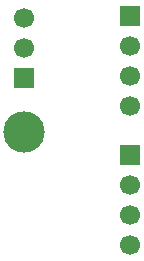
<source format=gbr>
%TF.GenerationSoftware,KiCad,Pcbnew,9.0.1*%
%TF.CreationDate,2025-04-11T16:34:43+02:00*%
%TF.ProjectId,Driver_CMS,44726976-6572-45f4-934d-532e6b696361,rev?*%
%TF.SameCoordinates,Original*%
%TF.FileFunction,Soldermask,Bot*%
%TF.FilePolarity,Negative*%
%FSLAX46Y46*%
G04 Gerber Fmt 4.6, Leading zero omitted, Abs format (unit mm)*
G04 Created by KiCad (PCBNEW 9.0.1) date 2025-04-11 16:34:43*
%MOMM*%
%LPD*%
G01*
G04 APERTURE LIST*
%ADD10C,3.500000*%
%ADD11R,1.700000X1.700000*%
%ADD12C,1.700000*%
G04 APERTURE END LIST*
D10*
%TO.C,*%
X123220000Y-56855000D03*
%TD*%
D11*
%TO.C,J3*%
X123220000Y-52355000D03*
D12*
X123220000Y-49815000D03*
X123220000Y-47275000D03*
%TD*%
D11*
%TO.C,J2*%
X132220000Y-58815000D03*
D12*
X132220000Y-61355000D03*
X132220000Y-63895000D03*
X132220000Y-66435000D03*
%TD*%
D11*
%TO.C,J1*%
X132220000Y-47045000D03*
D12*
X132220000Y-49585000D03*
X132220000Y-52125000D03*
X132220000Y-54665000D03*
%TD*%
M02*

</source>
